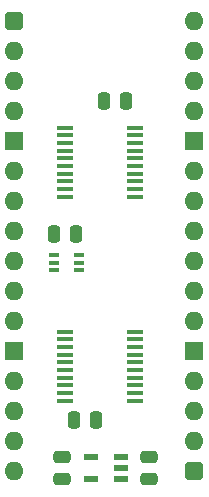
<source format=gts>
%TF.GenerationSoftware,KiCad,Pcbnew,8.0.4*%
%TF.CreationDate,2024-08-23T09:54:03+02:00*%
%TF.ProjectId,State Reader,53746174-6520-4526-9561-6465722e6b69,V0*%
%TF.SameCoordinates,PX6d01460PY32de760*%
%TF.FileFunction,Soldermask,Top*%
%TF.FilePolarity,Negative*%
%FSLAX46Y46*%
G04 Gerber Fmt 4.6, Leading zero omitted, Abs format (unit mm)*
G04 Created by KiCad (PCBNEW 8.0.4) date 2024-08-23 09:54:03*
%MOMM*%
%LPD*%
G01*
G04 APERTURE LIST*
G04 Aperture macros list*
%AMRoundRect*
0 Rectangle with rounded corners*
0 $1 Rounding radius*
0 $2 $3 $4 $5 $6 $7 $8 $9 X,Y pos of 4 corners*
0 Add a 4 corners polygon primitive as box body*
4,1,4,$2,$3,$4,$5,$6,$7,$8,$9,$2,$3,0*
0 Add four circle primitives for the rounded corners*
1,1,$1+$1,$2,$3*
1,1,$1+$1,$4,$5*
1,1,$1+$1,$6,$7*
1,1,$1+$1,$8,$9*
0 Add four rect primitives between the rounded corners*
20,1,$1+$1,$2,$3,$4,$5,0*
20,1,$1+$1,$4,$5,$6,$7,0*
20,1,$1+$1,$6,$7,$8,$9,0*
20,1,$1+$1,$8,$9,$2,$3,0*%
G04 Aperture macros list end*
%ADD10RoundRect,0.250000X0.475000X-0.250000X0.475000X0.250000X-0.475000X0.250000X-0.475000X-0.250000X0*%
%ADD11R,1.475000X0.450000*%
%ADD12RoundRect,0.250000X0.250000X0.475000X-0.250000X0.475000X-0.250000X-0.475000X0.250000X-0.475000X0*%
%ADD13RoundRect,0.400000X-0.400000X-0.400000X0.400000X-0.400000X0.400000X0.400000X-0.400000X0.400000X0*%
%ADD14O,1.600000X1.600000*%
%ADD15R,1.600000X1.600000*%
%ADD16RoundRect,0.250000X-0.250000X-0.475000X0.250000X-0.475000X0.250000X0.475000X-0.250000X0.475000X0*%
%ADD17R,1.150000X0.600000*%
%ADD18R,0.875000X0.450000*%
G04 APERTURE END LIST*
D10*
%TO.C,C5*%
X4064000Y-38780000D03*
X4064000Y-36880000D03*
%TD*%
D11*
%TO.C,IC2*%
X10177000Y-14863000D03*
X10177000Y-14213000D03*
X10177000Y-13563000D03*
X10177000Y-12913000D03*
X10177000Y-12263000D03*
X10177000Y-11613000D03*
X10177000Y-10963000D03*
X10177000Y-10313000D03*
X10177000Y-9663000D03*
X10177000Y-9013000D03*
X4301000Y-9013000D03*
X4301000Y-9663000D03*
X4301000Y-10313000D03*
X4301000Y-10963000D03*
X4301000Y-11613000D03*
X4301000Y-12263000D03*
X4301000Y-12913000D03*
X4301000Y-13563000D03*
X4301000Y-14213000D03*
X4301000Y-14863000D03*
%TD*%
D12*
%TO.C,C1*%
X5252000Y-18034000D03*
X3352000Y-18034000D03*
%TD*%
D10*
%TO.C,C4*%
X11430000Y-38780000D03*
X11430000Y-36880000D03*
%TD*%
D13*
%TO.C,J1*%
X0Y0D03*
D14*
X0Y-2540000D03*
X0Y-5080000D03*
X0Y-7620000D03*
D15*
X0Y-10160000D03*
D14*
X0Y-12700000D03*
X0Y-15240000D03*
X0Y-17780000D03*
X0Y-20320000D03*
X0Y-22860000D03*
X0Y-25400000D03*
D15*
X0Y-27940000D03*
D14*
X0Y-30480000D03*
X0Y-33020000D03*
X0Y-35560000D03*
X0Y-38100000D03*
D13*
X15240000Y-38100000D03*
D14*
X15240000Y-35560000D03*
X15240000Y-33020000D03*
X15240000Y-30480000D03*
D15*
X15240000Y-27940000D03*
D14*
X15240000Y-25400000D03*
X15240000Y-22860000D03*
X15240000Y-20320000D03*
X15240000Y-17780000D03*
X15240000Y-15240000D03*
X15240000Y-12700000D03*
D15*
X15240000Y-10160000D03*
D14*
X15240000Y-7620000D03*
X15240000Y-5080000D03*
X15240000Y-2540000D03*
X15240000Y0D03*
%TD*%
D16*
%TO.C,C2*%
X5035000Y-33782000D03*
X6935000Y-33782000D03*
%TD*%
D11*
%TO.C,IC6*%
X10177000Y-32135000D03*
X10177000Y-31485000D03*
X10177000Y-30835000D03*
X10177000Y-30185000D03*
X10177000Y-29535000D03*
X10177000Y-28885000D03*
X10177000Y-28235000D03*
X10177000Y-27585000D03*
X10177000Y-26935000D03*
X10177000Y-26285000D03*
X4301000Y-26285000D03*
X4301000Y-26935000D03*
X4301000Y-27585000D03*
X4301000Y-28235000D03*
X4301000Y-28885000D03*
X4301000Y-29535000D03*
X4301000Y-30185000D03*
X4301000Y-30835000D03*
X4301000Y-31485000D03*
X4301000Y-32135000D03*
%TD*%
D16*
%TO.C,C9*%
X7575000Y-6731000D03*
X9475000Y-6731000D03*
%TD*%
D17*
%TO.C,IC5*%
X9047000Y-38796000D03*
X9047000Y-37846000D03*
X9047000Y-36896000D03*
X6447000Y-36896000D03*
X6447000Y-38796000D03*
%TD*%
D18*
%TO.C,IC3*%
X3383000Y-19797000D03*
X3383000Y-20447000D03*
X3383000Y-21097000D03*
X5507000Y-21097000D03*
X5507000Y-20447000D03*
X5507000Y-19797000D03*
%TD*%
M02*

</source>
